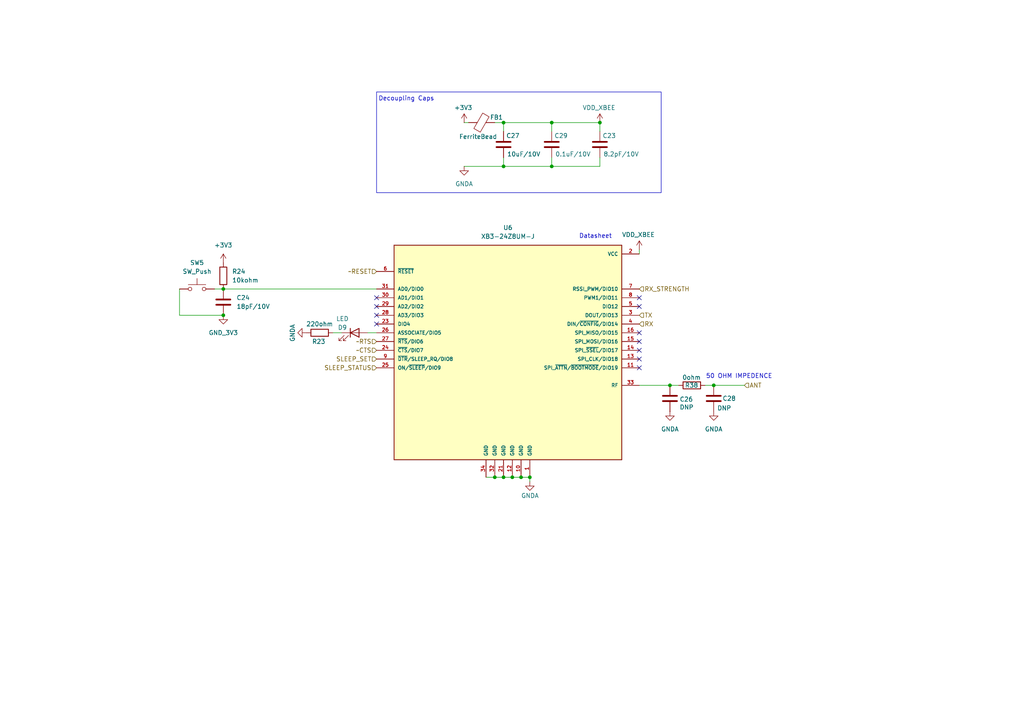
<source format=kicad_sch>
(kicad_sch (version 20231120) (generator "eeschema") (generator_version "8.0")
  (paper "A4")
  (lib_symbols
    (symbol "Device:C" (pin_numbers hide) (pin_names (offset 0.254))
      (property "Reference" "C" (at 0.635 2.54 0))
      (property "Value" "C" (at 0.635 -2.54 0))
      (symbol "C_0_1"
        (polyline (pts (xy -2.032 -0.762) (xy 2.032 -0.762)) (stroke (width 0.508)))
        (polyline (pts (xy -2.032 0.762) (xy 2.032 0.762)) (stroke (width 0.508)))
      )
      (symbol "C_1_1"
        (pin passive line (at 0 3.81 270) (length 2.794) (name "~") (number "1"))
        (pin passive line (at 0 -3.81 90) (length 2.794) (name "~") (number "2"))
      )
    )
    (symbol "Device:FerriteBead" (pin_numbers hide) (pin_names (offset 0))
      (property "Reference" "FB" (at -3.81 0.635 90))
      (property "Value" "FerriteBead" (at 3.81 0 90))
      (symbol "FerriteBead_0_1"
        (polyline (pts (xy 0 -1.27) (xy 0 -1.2192)))
        (polyline (pts (xy 0 1.27) (xy 0 1.2954)))
        (polyline (pts (xy -2.7686 0.4064) (xy -1.7018 2.2606) (xy 2.7686 -0.3048) (xy 1.6764 -2.159) (xy -2.7686 0.4064)))
      )
      (symbol "FerriteBead_1_1"
        (pin passive line (at 0 3.81 270) (length 2.54) (name "~") (number "1"))
        (pin passive line (at 0 -3.81 90) (length 2.54) (name "~") (number "2"))
      )
    )
    (symbol "Device:LED" (pin_numbers hide) (pin_names (offset 1.016) hide)
      (property "Reference" "D" (at 0 2.54 0))
      (property "Value" "LED" (at 0 -2.54 0))
      (symbol "LED_0_1"
        (polyline (pts (xy -1.27 -1.27) (xy -1.27 1.27)) (stroke (width 0.254)))
        (polyline (pts (xy -1.27 0) (xy 1.27 0)))
        (polyline (pts (xy 1.27 -1.27) (xy 1.27 1.27) (xy -1.27 0) (xy 1.27 -1.27)) (stroke (width 0.254)))
        (polyline (pts (xy -3.048 -0.762) (xy -4.572 -2.286) (xy -3.81 -2.286) (xy -4.572 -2.286) (xy -4.572 -1.524)))
        (polyline (pts (xy -1.778 -0.762) (xy -3.302 -2.286) (xy -2.54 -2.286) (xy -3.302 -2.286) (xy -3.302 -1.524)))
      )
      (symbol "LED_1_1"
        (pin passive line (at -3.81 0 0) (length 2.54) (name "K") (number "1"))
        (pin passive line (at 3.81 0 180) (length 2.54) (name "A") (number "2"))
      )
    )
    (symbol "Device:R" (pin_numbers hide) (pin_names (offset 0))
      (property "Reference" "R" (at 2.032 0 90))
      (property "Value" "R" (at 0 0 90))
      (symbol "R_0_1"
        (rectangle (start -1.016 -2.54) (end 1.016 2.54) (stroke (width 0.254)))
      )
      (symbol "R_1_1"
        (pin passive line (at 0 3.81 270) (length 1.27) (name "~") (number "1"))
        (pin passive line (at 0 -3.81 90) (length 1.27) (name "~") (number "2"))
      )
    )
    (symbol "Switch:SW_Push" (pin_numbers hide) (pin_names (offset 1.016) hide)
      (property "Reference" "SW" (at 1.27 2.54 0))
      (property "Value" "SW_Push" (at 0 -1.524 0))
      (symbol "SW_Push_0_1"
        (circle (center -2.032 0) (radius 0.508))
        (polyline (pts (xy 0 1.27) (xy 0 3.048)))
        (polyline (pts (xy 2.54 1.27) (xy -2.54 1.27)))
        (circle (center 2.032 0) (radius 0.508))
        (pin passive line (at -5.08 0 0) (length 2.54) (name "1") (number "1"))
        (pin passive line (at 5.08 0 180) (length 2.54) (name "2") (number "2"))
      )
    )
    (symbol "XB3-24Z8UM-J:XB3-24Z8UM-J" (pin_names (offset 1.016))
      (property "Reference" "U6" (at 0 30.48 0))
      (property "Value" "XB3-24Z8UM-J" (at 0 27.94 0))
      (symbol "XB3-24Z8UM-J_0_0"
        (rectangle (start -33.02 25.4) (end 33.02 -36.83) (stroke (width 0.254)) (fill (type background)))
        (pin power_in line (at 6.35 -41.91 90) (length 5.08) (name "GND") (number "1"))
        (pin power_in line (at 3.81 -41.91 90) (length 5.08) (name "GND") (number "10"))
        (pin bidirectional line (at 38.1 -10.16 180) (length 5.08) (name "SPI_~{ATTN}/~{BOOTMODE}/DIO19") (number "11"))
        (pin power_in line (at 1.27 -41.91 90) (length 5.08) (name "GND") (number "12"))
        (pin bidirectional line (at 38.1 -7.62 180) (length 5.08) (name "SPI_CLK/DIO18") (number "13"))
        (pin bidirectional line (at 38.1 -5.08 180) (length 5.08) (name "SPI_~{SSEL}/DIO17") (number "14"))
        (pin bidirectional line (at 38.1 -2.54 180) (length 5.08) (name "SPI_MOSI/DIO16") (number "15"))
        (pin bidirectional line (at 38.1 0 180) (length 5.08) (name "SPI_MISO/DIO15") (number "16"))
        (pin power_in line (at 38.1 22.86 180) (length 5.08) (name "VCC") (number "2"))
        (pin power_in line (at -1.27 -41.91 90) (length 5.08) (name "GND") (number "21"))
        (pin bidirectional line (at -38.1 2.54 0) (length 5.08) (name "DIO4") (number "23"))
        (pin bidirectional line (at -38.1 -5.08 0) (length 5.08) (name "~{CTS}/DIO7") (number "24"))
        (pin bidirectional line (at -38.1 -10.16 0) (length 5.08) (name "ON/~{SLEEP}/DIO9") (number "25"))
        (pin bidirectional line (at -38.1 0 0) (length 5.08) (name "ASSOCIATE/DIO5") (number "26"))
        (pin bidirectional line (at -38.1 -2.54 0) (length 5.08) (name "~{RTS}/DIO6") (number "27"))
        (pin bidirectional line (at -38.1 5.08 0) (length 5.08) (name "AD3/DIO3") (number "28"))
        (pin bidirectional line (at -38.1 7.62 0) (length 5.08) (name "AD2/DIO2") (number "29"))
        (pin bidirectional line (at 38.1 5.08 180) (length 5.08) (name "DOUT/DIO13") (number "3"))
        (pin bidirectional line (at -38.1 10.16 0) (length 5.08) (name "AD1/DIO1") (number "30"))
        (pin bidirectional line (at -38.1 12.7 0) (length 5.08) (name "AD0/DIO0") (number "31"))
        (pin power_in line (at -3.81 -41.91 90) (length 5.08) (name "GND") (number "32"))
        (pin bidirectional line (at 38.1 -15.24 180) (length 5.08) (name "RF") (number "33"))
        (pin power_in line (at -6.35 -41.91 90) (length 5.08) (name "GND") (number "34"))
        (pin bidirectional line (at 38.1 2.54 180) (length 5.08) (name "DIN/~{CONFIG}/DIO14") (number "4"))
        (pin bidirectional line (at 38.1 7.62 180) (length 5.08) (name "DIO12") (number "5"))
        (pin input line (at -38.1 17.78 0) (length 5.08) (name "~{RESET}") (number "6"))
        (pin bidirectional line (at 38.1 12.7 180) (length 5.08) (name "RSSI_PWM/DIO10") (number "7"))
        (pin bidirectional line (at 38.1 10.16 180) (length 5.08) (name "PWM1/DIO11") (number "8"))
        (pin bidirectional line (at -38.1 -7.62 0) (length 5.08) (name "~{DTR}/SLEEP_RQ/DIO8") (number "9"))
      )
    )
    (symbol "power:+3V3" (power) (pin_numbers hide) (pin_names (offset 0) hide)
      (property "Value" "+3V3" (at 0 3.556 0))
      (symbol "+3V3_0_1"
        (polyline (pts (xy -0.762 1.27) (xy 0 2.54)))
        (polyline (pts (xy 0 0) (xy 0 2.54)))
        (polyline (pts (xy 0 2.54) (xy 0.762 1.27)))
      )
      (symbol "+3V3_1_1"
        (pin power_in line (at 0 0 90) (length 0) (name "~") (number "1"))
      )
    )
    (symbol "power:GND" (power) (pin_numbers hide) (pin_names (offset 0) hide)
      (property "Value" "GND" (at 0 -3.81 0))
      (symbol "GND_0_1"
        (polyline (pts (xy 0 0) (xy 0 -1.27) (xy 1.27 -1.27) (xy 0 -2.54) (xy -1.27 -1.27) (xy 0 -1.27)))
      )
      (symbol "GND_1_1"
        (pin power_in line (at 0 0 270) (length 0) (name "~") (number "1"))
      )
    )
    (symbol "power:GNDA" (power) (pin_numbers hide) (pin_names (offset 0) hide)
      (property "Value" "GNDA" (at 0 -3.81 0))
      (symbol "GNDA_0_1"
        (polyline (pts (xy 0 0) (xy 0 -1.27) (xy 1.27 -1.27) (xy 0 -2.54) (xy -1.27 -1.27) (xy 0 -1.27)))
      )
      (symbol "GNDA_1_1"
        (pin power_in line (at 0 0 270) (length 0) (name "~") (number "1"))
      )
    )
  )
  (junction (at 143.51 138.43))
  (junction (at 151.13 138.43))
  (junction (at 153.67 138.43))
  (junction (at 160.02 35.56))
  (junction (at 146.05 35.56))
  (junction (at 173.99 35.56))
  (junction (at 160.02 48.26))
  (junction (at 194.31 111.76))
  (junction (at 64.77 83.82))
  (junction (at 207.01 111.76))
  (junction (at 146.05 48.26))
  (junction (at 64.77 91.44))
  (junction (at 148.59 138.43))
  (junction (at 146.05 138.43))
  (no_connect (at 185.42 88.9))
  (no_connect (at 185.42 86.36))
  (no_connect (at 185.42 104.14))
  (no_connect (at 185.42 106.68))
  (no_connect (at 109.22 91.44))
  (no_connect (at 185.42 99.06))
  (no_connect (at 185.42 101.6))
  (no_connect (at 109.22 86.36))
  (no_connect (at 109.22 93.98))
  (no_connect (at 109.22 88.9))
  (no_connect (at 185.42 96.52))
  (wire (pts (xy 204.47 111.76) (xy 207.01 111.76)))
  (wire (pts (xy 64.77 83.82) (xy 62.23 83.82)))
  (wire (pts (xy 146.05 48.26) (xy 146.05 45.72)))
  (wire (pts (xy 99.06 96.52) (xy 96.52 96.52)))
  (wire (pts (xy 173.99 45.72) (xy 173.99 48.26)))
  (wire (pts (xy 185.42 72.39) (xy 185.42 73.66)))
  (wire (pts (xy 143.51 35.56) (xy 146.05 35.56)))
  (wire (pts (xy 173.99 48.26) (xy 160.02 48.26)))
  (wire (pts (xy 173.99 35.56) (xy 173.99 38.1)))
  (wire (pts (xy 52.07 91.44) (xy 64.77 91.44)))
  (wire (pts (xy 153.67 139.7) (xy 153.67 138.43)))
  (wire (pts (xy 146.05 38.1) (xy 146.05 35.56)))
  (wire (pts (xy 173.99 35.56) (xy 160.02 35.56)))
  (wire (pts (xy 64.77 83.82) (xy 109.22 83.82)))
  (wire (pts (xy 52.07 83.82) (xy 52.07 91.44)))
  (wire (pts (xy 146.05 48.26) (xy 160.02 48.26)))
  (wire (pts (xy 143.51 138.43) (xy 146.05 138.43)))
  (wire (pts (xy 185.42 111.76) (xy 194.31 111.76)))
  (wire (pts (xy 207.01 111.76) (xy 215.9 111.76)))
  (wire (pts (xy 146.05 138.43) (xy 148.59 138.43)))
  (wire (pts (xy 134.62 35.56) (xy 135.89 35.56)))
  (wire (pts (xy 106.68 96.52) (xy 109.22 96.52)))
  (wire (pts (xy 140.97 138.43) (xy 143.51 138.43)))
  (wire (pts (xy 160.02 45.72) (xy 160.02 48.26)))
  (wire (pts (xy 148.59 138.43) (xy 151.13 138.43)))
  (wire (pts (xy 160.02 35.56) (xy 160.02 38.1)))
  (wire (pts (xy 151.13 138.43) (xy 153.67 138.43)))
  (wire (pts (xy 134.62 48.26) (xy 146.05 48.26)))
  (wire (pts (xy 146.05 35.56) (xy 160.02 35.56)))
  (wire (pts (xy 194.31 111.76) (xy 196.85 111.76)))
  (rectangle (start 109.22 26.67) (end 191.77 55.88))
  (text "50 OHM IMPEDENCE" (at 214.376 109.22 0) (effects (font (size 1.27 1.27))))
  (text "Datasheet" (at 172.72 68.58 0) (effects (font (size 1.27 1.27))))
  (text "Decoupling Caps" (at 117.856 28.702 0) (effects (font (size 1.27 1.27))))
  (hierarchical_label "SLEEP_STATUS" (shape input) (at 109.22 106.68 180))
  (hierarchical_label "SLEEP_SET" (shape input) (at 109.22 104.14 180))
  (hierarchical_label "~RESET" (shape input) (at 109.22 78.74 180))
  (hierarchical_label "RX" (shape input) (at 185.42 93.98 0))
  (hierarchical_label "RX_STRENGTH" (shape input) (at 185.42 83.82 0))
  (hierarchical_label "~CTS" (shape input) (at 109.22 101.6 180))
  (hierarchical_label "~RTS" (shape input) (at 109.22 99.06 180))
  (hierarchical_label "ANT" (shape input) (at 215.9 111.76 0))
  (hierarchical_label "TX" (shape input) (at 185.42 91.44 0))
  (symbol (lib_id "Device:R") (at 92.71 96.52 270) (unit 1)
    (property "Reference" "R23" (at 92.456 99.06 90))
    (property "Value" "220ohm" (at 92.71 93.98 90))
    (property "Footprint" "Resistor_SMD:R_0603_1608Metric" (effects (hide yes)))
    (property "Description" "Resistor" (effects (hide yes)))
    (property "MANUF_PN" "RMCF0603FT220R" (effects (hide yes)))
  )
  (symbol (lib_id "Device:C") (at 160.02 41.91 0) (unit 1)
    (property "Reference" "C29" (at 160.782 39.37 0) (effects (justify left)))
    (property "Value" "0.1uF/10V" (at 161.036 44.704 0) (effects (justify left)))
    (property "Footprint" "Capacitor_SMD:C_0603_1608Metric" (effects (hide yes)))
    (property "Description" "Unpolarized capacitor" (effects (hide yes)))
    (property "MANUF_PN" "C0603C104K5RAC7411" (effects (hide yes)))
  )
  (symbol (lib_id "power:GND") (at 64.77 91.44 0) (unit 1)
    (property "Reference" "#PWR079" (effects (hide yes)))
    (property "Value" "GND_3V3" (at 64.77 96.52 0))
    (property "Description" "Power symbol creates a global label with name \"GND\" , ground" (effects (hide yes)))
  )
  (symbol (lib_id "power:GNDA") (at 153.67 139.7 0) (unit 1)
    (property "Reference" "#PWR074" (effects (hide yes)))
    (property "Value" "GNDA" (at 151.13 143.764 0) (effects (justify left)))
    (property "Description" "Power symbol creates a global label with name \"GNDA\" , analog ground" (effects (hide yes)))
  )
  (symbol (lib_id "Device:C") (at 146.05 41.91 0) (unit 1)
    (property "Reference" "C27" (at 146.812 39.37 0) (effects (justify left)))
    (property "Value" "10uF/10V" (at 147.066 44.704 0) (effects (justify left)))
    (property "Footprint" "Capacitor_SMD:C_0603_1608Metric" (effects (hide yes)))
    (property "Description" "Unpolarized capacitor" (effects (hide yes)))
    (property "MANUF_PN" "CL10A106KP8NNNC" (effects (hide yes)))
  )
  (symbol (lib_id "power:GNDA") (at 194.31 119.38 0) (unit 1)
    (property "Reference" "#PWR081" (effects (hide yes)))
    (property "Value" "GNDA" (at 194.31 124.46 0))
    (property "Description" "Power symbol creates a global label with name \"GNDA\" , analog ground" (effects (hide yes)))
  )
  (symbol (lib_id "XB3-24Z8UM-J:XB3-24Z8UM-J") (at 147.32 96.52 0) (unit 1)
    (property "Reference" "U6" (at 147.32 66.04 0))
    (property "Value" "XB3-24Z8UM-J" (at 147.32 68.58 0))
    (property "Footprint" "XB3-24Z8UM-J:XCVR_XB3-24Z8UM-J" (effects (hide yes)))
    (property "MF" "Digi International" (effects (hide yes)))
    (property "Description_1" "\n                        \n                            802.15.4 Zigbee® Transceiver Module 2.4GHz Antenna Not Included, U.FL Surface Mount\n                        \n" (effects (hide yes)))
    (property "Package" "SMD-34 Digi International" (effects (hide yes)))
    (property "Price" "None" (effects (hide yes)))
    (property "Check_prices" "https://www.snapeda.com/parts/XB3-24Z8UM-J/Digi+International/view-part/?ref=eda" (effects (hide yes)))
    (property "STANDARD" "Manufacturer Recommendations" (effects (hide yes)))
    (property "SnapEDA_Link" "https://www.snapeda.com/parts/XB3-24Z8UM-J/Digi+International/view-part/?ref=snap" (effects (hide yes)))
    (property "MP" "XB3-24Z8UM-J" (effects (hide yes)))
    (property "Availability" "In Stock" (effects (hide yes)))
    (property "MANUFACTURER" "DIGI" (effects (hide yes)))
  )
  (symbol (lib_id "power:GNDA") (at 207.01 119.38 0) (unit 1)
    (property "Reference" "#PWR082" (effects (hide yes)))
    (property "Value" "GNDA" (at 207.01 124.46 0))
    (property "Description" "Power symbol creates a global label with name \"GNDA\" , analog ground" (effects (hide yes)))
  )
  (symbol (lib_id "power:GNDA") (at 134.62 48.26 0) (unit 1)
    (property "Reference" "#PWR078" (effects (hide yes)))
    (property "Value" "GNDA" (at 134.62 53.34 0))
    (property "Description" "Power symbol creates a global label with name \"GNDA\" , analog ground" (effects (hide yes)))
  )
  (symbol (lib_id "Device:R") (at 64.77 80.01 0) (unit 1)
    (property "Reference" "R24" (at 67.31 78.7399 0) (effects (justify left)))
    (property "Value" "10kohm" (at 67.31 81.2799 0) (effects (justify left)))
    (property "Footprint" "Resistor_SMD:R_0603_1608Metric" (effects (hide yes)))
    (property "Description" "Resistor" (effects (hide yes)))
    (property "MANUF_PN" "RC0603FR-0710KL" (effects (hide yes)))
  )
  (symbol (lib_id "Device:C") (at 207.01 115.57 0) (unit 1)
    (property "Reference" "C28" (at 209.55 115.57 0) (effects (justify left)))
    (property "Value" "DNP" (at 208.026 118.364 0) (effects (justify left)))
    (property "Footprint" "Capacitor_SMD:C_0603_1608Metric" (effects (hide yes)))
    (property "Description" "Unpolarized capacitor" (effects (hide yes)))
    (property "MANUF_PN" "N/A" (effects (hide yes)))
  )
  (symbol (lib_id "Device:C") (at 173.99 41.91 0) (unit 1)
    (property "Reference" "C23" (at 174.752 39.37 0) (effects (justify left)))
    (property "Value" "8.2pF/10V" (at 175.006 44.704 0) (effects (justify left)))
    (property "Footprint" "Capacitor_SMD:C_0603_1608Metric" (effects (hide yes)))
    (property "Description" "Unpolarized capacitor" (effects (hide yes)))
    (property "MANUF_PN" "C0603C104K5RAC7411" (effects (hide yes)))
  )
  (symbol (lib_id "power:+3V3") (at 173.99 35.56 0) (unit 1)
    (property "Reference" "#PWR083" (effects (hide yes)))
    (property "Value" "VDD_XBEE" (at 173.736 31.242 0))
    (property "Description" "Power symbol creates a global label with name \"+3V3\"" (effects (hide yes)))
  )
  (symbol (lib_id "power:+3V3") (at 134.62 35.56 0) (unit 1)
    (property "Reference" "#PWR077" (effects (hide yes)))
    (property "Value" "+3V3" (at 134.366 31.242 0))
    (property "Description" "Power symbol creates a global label with name \"+3V3\"" (effects (hide yes)))
  )
  (symbol (lib_id "Device:FerriteBead") (at 139.7 35.56 90) (unit 1)
    (property "Reference" "FB1" (at 144.018 34.036 90))
    (property "Value" "FerriteBead" (at 138.684 39.624 90))
    (property "Footprint" "Capacitor_SMD:C_0603_1608Metric" (effects (hide yes)))
    (property "Datasheet" "https://www.digikey.com/en/products/detail/tai-tech-advanced-electronics-co-ltd/HCB-1608KF-181T20/17835480" (effects (hide yes)))
    (property "Description" "Ferrite bead" (effects (hide yes)))
    (property "MANUF_PN" "HCB 1608KF-181T20" (effects (hide yes)))
  )
  (symbol (lib_id "Device:R") (at 200.66 111.76 270) (unit 1)
    (property "Reference" "R38" (at 198.628 111.76 90) (effects (justify left)))
    (property "Value" "0ohm" (at 197.866 109.474 90) (effects (justify left)))
    (property "Footprint" "Resistor_SMD:R_0603_1608Metric" (effects (hide yes)))
    (property "Description" "Resistor" (effects (hide yes)))
    (property "MANUF_PN" "RMCF0603ZT0R00" (effects (hide yes)))
  )
  (symbol (lib_id "power:+3V3") (at 185.42 72.39 0) (unit 1)
    (property "Reference" "#PWR071" (effects (hide yes)))
    (property "Value" "VDD_XBEE" (at 185.166 68.072 0))
    (property "Description" "Power symbol creates a global label with name \"+3V3\"" (effects (hide yes)))
  )
  (symbol (lib_id "Switch:SW_Push") (at 57.15 83.82 0) (unit 1)
    (property "Reference" "SW5" (at 57.15 76.2 0))
    (property "Value" "SW_Push" (at 57.15 78.74 0))
    (property "Footprint" "Button_Switch_THT:SW_PUSH_6mm" (effects (hide yes)))
    (property "Description" "Push button switch, generic, two pins" (effects (hide yes)))
    (property "MANUF_PN" "1825910-6" (effects (hide yes)))
  )
  (symbol (lib_id "Device:C") (at 194.31 115.57 0) (unit 1)
    (property "Reference" "C26" (at 197.104 115.824 0) (effects (justify left)))
    (property "Value" "DNP" (at 197.104 118.11 0) (effects (justify left)))
    (property "Footprint" "Capacitor_SMD:C_0603_1608Metric" (effects (hide yes)))
    (property "Description" "Unpolarized capacitor" (effects (hide yes)))
    (property "MANUF_PN" "N/A" (effects (hide yes)))
  )
  (symbol (lib_id "power:GNDA") (at 88.9 96.52 270) (unit 1)
    (property "Reference" "#PWR072" (effects (hide yes)))
    (property "Value" "GNDA" (at 84.836 93.98 0) (effects (justify left)))
    (property "Description" "Power symbol creates a global label with name \"GNDA\" , analog ground" (effects (hide yes)))
  )
  (symbol (lib_id "power:+3V3") (at 64.77 76.2 0) (unit 1)
    (property "Reference" "#PWR073" (effects (hide yes)))
    (property "Value" "+3V3" (at 64.77 71.12 0))
    (property "Description" "Power symbol creates a global label with name \"+3V3\"" (effects (hide yes)))
  )
  (symbol (lib_id "Device:C") (at 64.77 87.63 0) (unit 1)
    (property "Reference" "C24" (at 68.58 86.3599 0) (effects (justify left)))
    (property "Value" "18pF/10V" (at 68.58 88.8999 0) (effects (justify left)))
    (property "Footprint" "Capacitor_SMD:C_0603_1608Metric" (effects (hide yes)))
    (property "Description" "Unpolarized capacitor" (effects (hide yes)))
    (property "MANUF_PN" "C0603C180J5GACTU" (effects (hide yes)))
  )
  (symbol (lib_id "Device:LED") (at 102.87 96.52 0) (unit 1)
    (property "Reference" "D9" (at 99.314 94.996 0))
    (property "Value" "LED" (at 99.314 92.456 0))
    (property "Footprint" "LED_SMD:LED_0603_1608Metric" (effects (hide yes)))
    (property "Description" "Light emitting diode" (effects (hide yes)))
    (property "MANUF_PN" "LTST-C190GKT" (effects (hide yes)))
  )
)
</source>
